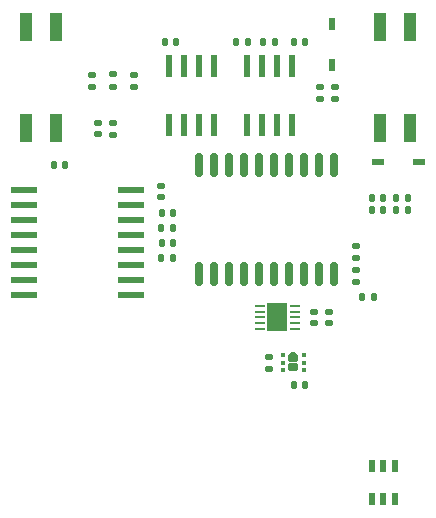
<source format=gbr>
%TF.GenerationSoftware,KiCad,Pcbnew,7.0.5*%
%TF.CreationDate,2023-06-16T17:12:54-04:00*%
%TF.ProjectId,ESP32Sensor-Sensor_board,45535033-3253-4656-9e73-6f722d53656e,rev?*%
%TF.SameCoordinates,Original*%
%TF.FileFunction,Paste,Bot*%
%TF.FilePolarity,Positive*%
%FSLAX46Y46*%
G04 Gerber Fmt 4.6, Leading zero omitted, Abs format (unit mm)*
G04 Created by KiCad (PCBNEW 7.0.5) date 2023-06-16 17:12:54*
%MOMM*%
%LPD*%
G01*
G04 APERTURE LIST*
G04 Aperture macros list*
%AMRoundRect*
0 Rectangle with rounded corners*
0 $1 Rounding radius*
0 $2 $3 $4 $5 $6 $7 $8 $9 X,Y pos of 4 corners*
0 Add a 4 corners polygon primitive as box body*
4,1,4,$2,$3,$4,$5,$6,$7,$8,$9,$2,$3,0*
0 Add four circle primitives for the rounded corners*
1,1,$1+$1,$2,$3*
1,1,$1+$1,$4,$5*
1,1,$1+$1,$6,$7*
1,1,$1+$1,$8,$9*
0 Add four rect primitives between the rounded corners*
20,1,$1+$1,$2,$3,$4,$5,0*
20,1,$1+$1,$4,$5,$6,$7,0*
20,1,$1+$1,$6,$7,$8,$9,0*
20,1,$1+$1,$8,$9,$2,$3,0*%
G04 Aperture macros list end*
%ADD10RoundRect,0.147500X-0.172500X0.147500X-0.172500X-0.147500X0.172500X-0.147500X0.172500X0.147500X0*%
%ADD11R,1.130000X2.440000*%
%ADD12RoundRect,0.135000X-0.185000X0.135000X-0.185000X-0.135000X0.185000X-0.135000X0.185000X0.135000X0*%
%ADD13RoundRect,0.135000X0.135000X0.185000X-0.135000X0.185000X-0.135000X-0.185000X0.135000X-0.185000X0*%
%ADD14RoundRect,0.147500X-0.147500X-0.172500X0.147500X-0.172500X0.147500X0.172500X-0.147500X0.172500X0*%
%ADD15RoundRect,0.140000X-0.170000X0.140000X-0.170000X-0.140000X0.170000X-0.140000X0.170000X0.140000X0*%
%ADD16R,0.600800X1.111200*%
%ADD17R,0.558800X1.981200*%
%ADD18R,0.812800X0.254000*%
%ADD19R,1.752600X2.489200*%
%ADD20RoundRect,0.172500X-0.262500X-0.172500X0.262500X-0.172500X0.262500X0.172500X-0.262500X0.172500X0*%
%ADD21RoundRect,0.093750X-0.093750X-0.106250X0.093750X-0.106250X0.093750X0.106250X-0.093750X0.106250X0*%
%ADD22C,0.700000*%
%ADD23RoundRect,0.135000X-0.135000X-0.185000X0.135000X-0.185000X0.135000X0.185000X-0.135000X0.185000X0*%
%ADD24R,0.558800X1.066800*%
%ADD25R,1.111200X0.600800*%
%ADD26RoundRect,0.147500X0.147500X0.172500X-0.147500X0.172500X-0.147500X-0.172500X0.147500X-0.172500X0*%
%ADD27RoundRect,0.140000X0.170000X-0.140000X0.170000X0.140000X-0.170000X0.140000X-0.170000X-0.140000X0*%
%ADD28RoundRect,0.140000X0.140000X0.170000X-0.140000X0.170000X-0.140000X-0.170000X0.140000X-0.170000X0*%
%ADD29RoundRect,0.140000X-0.140000X-0.170000X0.140000X-0.170000X0.140000X0.170000X-0.140000X0.170000X0*%
%ADD30RoundRect,0.150000X-0.150000X0.875000X-0.150000X-0.875000X0.150000X-0.875000X0.150000X0.875000X0*%
%ADD31RoundRect,0.135000X0.185000X-0.135000X0.185000X0.135000X-0.185000X0.135000X-0.185000X-0.135000X0*%
%ADD32R,2.311400X0.558800*%
G04 APERTURE END LIST*
D10*
%TO.C,FB1*%
X-10160000Y-17803000D03*
X-10160000Y-18773000D03*
%TD*%
D11*
%TO.C,S3*%
X16256000Y-18270000D03*
X16256000Y-9670000D03*
X13716000Y-18270000D03*
X13716000Y-9670000D03*
%TD*%
D12*
%TO.C,R10*%
X11684000Y-30226000D03*
X11684000Y-31246000D03*
%TD*%
D13*
%TO.C,R8*%
X4828000Y-10922000D03*
X3808000Y-10922000D03*
%TD*%
D14*
%TO.C,FB3*%
X-4549000Y-10922000D03*
X-3579000Y-10922000D03*
%TD*%
D15*
%TO.C,C8*%
X8128000Y-33810000D03*
X8128000Y-34770000D03*
%TD*%
D16*
%TO.C,CR1*%
X9652000Y-9451000D03*
X9652000Y-12901000D03*
%TD*%
D11*
%TO.C,S2*%
X-16256000Y-9670000D03*
X-16256000Y-18270000D03*
X-13716000Y-9670000D03*
X-13716000Y-18270000D03*
%TD*%
D17*
%TO.C,U7*%
X-4191000Y-13030200D03*
X-2921000Y-13030200D03*
X-1651000Y-13030200D03*
X-381000Y-13030200D03*
X-381000Y-17957800D03*
X-1651000Y-17957800D03*
X-2921000Y-17957800D03*
X-4191000Y-17957800D03*
%TD*%
D12*
%TO.C,R11*%
X9906000Y-14730000D03*
X9906000Y-15750000D03*
%TD*%
D18*
%TO.C,U10*%
X6445600Y-33279999D03*
X6445600Y-33780001D03*
X6445600Y-34280000D03*
X6445600Y-34779999D03*
X6445600Y-35280001D03*
X3550000Y-35280001D03*
X3550000Y-34779999D03*
X3550000Y-34280000D03*
X3550000Y-33780001D03*
X3550000Y-33279999D03*
D19*
X4997800Y-34280000D03*
%TD*%
D12*
%TO.C,R12*%
X8636000Y-14730000D03*
X8636000Y-15750000D03*
%TD*%
D13*
%TO.C,R13*%
X16032000Y-24130000D03*
X15012000Y-24130000D03*
%TD*%
D17*
%TO.C,U9*%
X2413000Y-13030200D03*
X3683000Y-13030200D03*
X4953000Y-13030200D03*
X6223000Y-13030200D03*
X6223000Y-17957800D03*
X4953000Y-17957800D03*
X3683000Y-17957800D03*
X2413000Y-17957800D03*
%TD*%
D13*
%TO.C,R14*%
X16032000Y-25146000D03*
X15012000Y-25146000D03*
%TD*%
D20*
%TO.C,U12*%
X6350000Y-37700000D03*
X6350000Y-38500000D03*
D21*
X5462500Y-38750000D03*
X5462500Y-38100000D03*
X5462500Y-37450000D03*
X7237500Y-37450000D03*
X7237500Y-38100000D03*
X7237500Y-38750000D03*
D22*
X6350000Y-37550000D03*
%TD*%
D23*
%TO.C,R15*%
X-4826000Y-26670000D03*
X-3806000Y-26670000D03*
%TD*%
D24*
%TO.C,CR3*%
X13030200Y-46837600D03*
X13970000Y-46837600D03*
X14909800Y-46837600D03*
X14909800Y-49682400D03*
X13970000Y-49682400D03*
X13030200Y-49682400D03*
%TD*%
D12*
%TO.C,R5*%
X-8890000Y-13710000D03*
X-8890000Y-14730000D03*
%TD*%
D25*
%TO.C,CR2*%
X13515000Y-21082000D03*
X16965000Y-21082000D03*
%TD*%
D26*
%TO.C,FB4*%
X7343000Y-10922000D03*
X6373000Y-10922000D03*
%TD*%
D27*
%TO.C,C14*%
X4318000Y-38622000D03*
X4318000Y-37662000D03*
%TD*%
D28*
%TO.C,C6*%
X13970000Y-24130000D03*
X13010000Y-24130000D03*
%TD*%
D13*
%TO.C,R17*%
X13210000Y-32512000D03*
X12190000Y-32512000D03*
%TD*%
D12*
%TO.C,R4*%
X-10668000Y-13712000D03*
X-10668000Y-14732000D03*
%TD*%
D10*
%TO.C,FB2*%
X-8890000Y-17826000D03*
X-8890000Y-18796000D03*
%TD*%
D29*
%TO.C,C12*%
X-4768000Y-25400000D03*
X-3808000Y-25400000D03*
%TD*%
D30*
%TO.C,U8*%
X-1651000Y-21336000D03*
X-381000Y-21336000D03*
X889000Y-21336000D03*
X2159000Y-21336000D03*
X3429000Y-21336000D03*
X4699000Y-21336000D03*
X5969000Y-21336000D03*
X7239000Y-21336000D03*
X8509000Y-21336000D03*
X9779000Y-21336000D03*
X9779000Y-30636000D03*
X8509000Y-30636000D03*
X7239000Y-30636000D03*
X5969000Y-30636000D03*
X4699000Y-30636000D03*
X3429000Y-30636000D03*
X2159000Y-30636000D03*
X889000Y-30636000D03*
X-381000Y-30636000D03*
X-1651000Y-30636000D03*
%TD*%
D12*
%TO.C,R9*%
X11684000Y-28194000D03*
X11684000Y-29214000D03*
%TD*%
D28*
%TO.C,C10*%
X-3836000Y-27940000D03*
X-4796000Y-27940000D03*
%TD*%
D29*
%TO.C,C11*%
X-13942000Y-21336000D03*
X-12982000Y-21336000D03*
%TD*%
D28*
%TO.C,C13*%
X7338000Y-39986000D03*
X6378000Y-39986000D03*
%TD*%
D23*
%TO.C,R7*%
X1522000Y-10922000D03*
X2542000Y-10922000D03*
%TD*%
D31*
%TO.C,R6*%
X-7112000Y-14732000D03*
X-7112000Y-13712000D03*
%TD*%
D32*
%TO.C,U11*%
X-16459200Y-32385000D03*
X-16459200Y-31115000D03*
X-16459200Y-29845000D03*
X-16459200Y-28575000D03*
X-16459200Y-27305000D03*
X-16459200Y-26035000D03*
X-16459200Y-24765000D03*
X-16459200Y-23495000D03*
X-7416800Y-23495000D03*
X-7416800Y-24765000D03*
X-7416800Y-26035000D03*
X-7416800Y-27305000D03*
X-7416800Y-28575000D03*
X-7416800Y-29845000D03*
X-7416800Y-31115000D03*
X-7416800Y-32385000D03*
%TD*%
D27*
%TO.C,C15*%
X-4824000Y-24102000D03*
X-4824000Y-23142000D03*
%TD*%
D15*
%TO.C,C9*%
X9336000Y-33810000D03*
X9336000Y-34770000D03*
%TD*%
D23*
%TO.C,R16*%
X-4826000Y-29210000D03*
X-3806000Y-29210000D03*
%TD*%
D28*
%TO.C,C7*%
X13970000Y-25146000D03*
X13010000Y-25146000D03*
%TD*%
M02*

</source>
